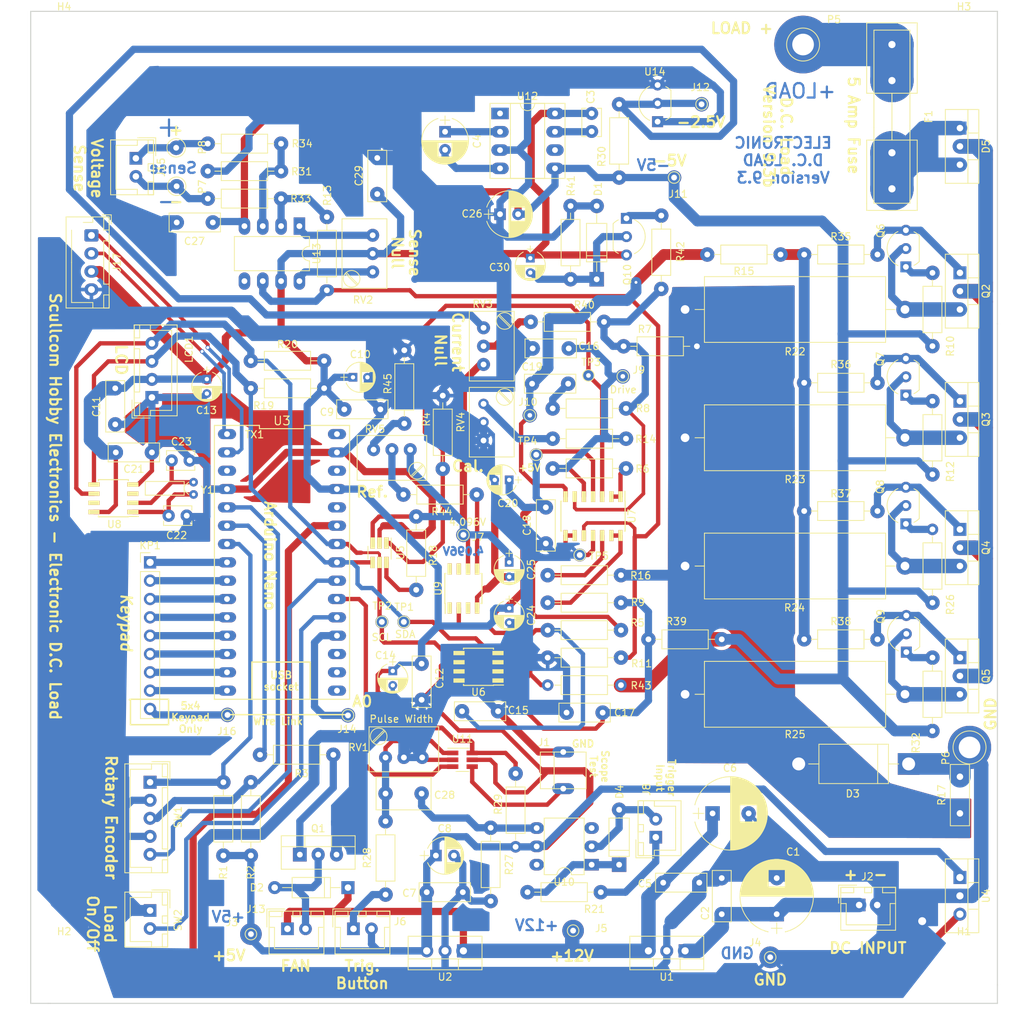
<source format=kicad_pcb>
(kicad_pcb (version 20221018) (generator pcbnew)

  (general
    (thickness 1.6)
  )

  (paper "A4")
  (layers
    (0 "F.Cu" signal)
    (1 "In1.Cu" signal)
    (2 "In2.Cu" signal)
    (31 "B.Cu" signal)
    (32 "B.Adhes" user "B.Adhesive")
    (33 "F.Adhes" user "F.Adhesive")
    (34 "B.Paste" user)
    (35 "F.Paste" user)
    (36 "B.SilkS" user "B.Silkscreen")
    (37 "F.SilkS" user "F.Silkscreen")
    (38 "B.Mask" user)
    (39 "F.Mask" user)
    (40 "Dwgs.User" user "User.Drawings")
    (41 "Cmts.User" user "User.Comments")
    (42 "Eco1.User" user "User.Eco1")
    (43 "Eco2.User" user "User.Eco2")
    (44 "Edge.Cuts" user)
    (45 "Margin" user)
    (46 "B.CrtYd" user "B.Courtyard")
    (47 "F.CrtYd" user "F.Courtyard")
    (48 "B.Fab" user)
    (49 "F.Fab" user)
  )

  (setup
    (stackup
      (layer "F.SilkS" (type "Top Silk Screen"))
      (layer "F.Paste" (type "Top Solder Paste"))
      (layer "F.Mask" (type "Top Solder Mask") (thickness 0.01))
      (layer "F.Cu" (type "copper") (thickness 0.035))
      (layer "dielectric 1" (type "prepreg") (thickness 0.1) (material "FR4") (epsilon_r 4.5) (loss_tangent 0.02))
      (layer "In1.Cu" (type "copper") (thickness 0.035))
      (layer "dielectric 2" (type "core") (thickness 1.24) (material "FR4") (epsilon_r 4.5) (loss_tangent 0.02))
      (layer "In2.Cu" (type "copper") (thickness 0.035))
      (layer "dielectric 3" (type "prepreg") (thickness 0.1) (material "FR4") (epsilon_r 4.5) (loss_tangent 0.02))
      (layer "B.Cu" (type "copper") (thickness 0.035))
      (layer "B.Mask" (type "Bottom Solder Mask") (thickness 0.01))
      (layer "B.Paste" (type "Bottom Solder Paste"))
      (layer "B.SilkS" (type "Bottom Silk Screen"))
      (copper_finish "None")
      (dielectric_constraints no)
    )
    (pad_to_mask_clearance 0.1)
    (pcbplotparams
      (layerselection 0x00010fc_80000001)
      (plot_on_all_layers_selection 0x0000000_00000000)
      (disableapertmacros false)
      (usegerberextensions true)
      (usegerberattributes true)
      (usegerberadvancedattributes true)
      (creategerberjobfile true)
      (dashed_line_dash_ratio 12.000000)
      (dashed_line_gap_ratio 3.000000)
      (svgprecision 4)
      (plotframeref false)
      (viasonmask false)
      (mode 1)
      (useauxorigin false)
      (hpglpennumber 1)
      (hpglpenspeed 20)
      (hpglpendiameter 15.000000)
      (dxfpolygonmode true)
      (dxfimperialunits true)
      (dxfusepcbnewfont true)
      (psnegative false)
      (psa4output false)
      (plotreference true)
      (plotvalue true)
      (plotinvisibletext false)
      (sketchpadsonfab false)
      (subtractmaskfromsilk false)
      (outputformat 1)
      (mirror false)
      (drillshape 0)
      (scaleselection 1)
      (outputdirectory "K:/YOU_TUBE/Electronic_DC_Load_Part9_3/DC_Load_PCB_ver9_3_gerber_files/")
    )
  )

  (net 0 "")
  (net 1 "Net-(U1-IN)")
  (net 2 "Net-(U12-OSC)")
  (net 3 "+5V")
  (net 4 "Net-(U12-CAP+)")
  (net 5 "Net-(U12-CAP-)")
  (net 6 "Net-(U6-CH1+)")
  (net 7 "+12V")
  (net 8 "Net-(U7B-+)")
  (net 9 "Net-(U6-CH2+)")
  (net 10 "Net-(U8-X1)")
  (net 11 "Net-(C19-Pad1)")
  (net 12 "Net-(C19-Pad2)")
  (net 13 "Net-(U8-X2)")
  (net 14 "Net-(D1-K)")
  (net 15 "+4.096V")
  (net 16 "-5V")
  (net 17 "Net-(C28-Pad1)")
  (net 18 "Net-(C28-Pad2)")
  (net 19 "Net-(D2-A)")
  (net 20 "Net-(D3-A)")
  (net 21 "Net-(D4-K)")
  (net 22 "Net-(D4-A)")
  (net 23 "Net-(D5-A-Pad1)")
  (net 24 "Net-(F1-Pad1)")
  (net 25 "Net-(J1-Pad1)")
  (net 26 "Net-(J6-Pad1)")
  (net 27 "Net-(J8-Pad1)")
  (net 28 "-2V5")
  (net 29 "Net-(D5-K)")
  (net 30 "Net-(U3-A0)")
  (net 31 "Net-(KP1-A0)")
  (net 32 "Net-(KP1-R1)")
  (net 33 "Net-(KP1-R2)")
  (net 34 "Net-(KP1-R3)")
  (net 35 "Net-(KP1-R4)")
  (net 36 "Net-(KP1-C1)")
  (net 37 "Net-(KP1-C2)")
  (net 38 "Net-(KP1-C3)")
  (net 39 "Net-(KP1-C4)")
  (net 40 "Net-(LCD1-SDA)")
  (net 41 "Net-(LCD1-SCL)")
  (net 42 "Net-(Q1-B)")
  (net 43 "Net-(Q2-G)")
  (net 44 "Net-(Q2-S)")
  (net 45 "Net-(Q3-G)")
  (net 46 "Net-(Q3-S)")
  (net 47 "Net-(Q4-G)")
  (net 48 "Net-(Q4-S)")
  (net 49 "Net-(Q5-G)")
  (net 50 "Net-(Q5-S)")
  (net 51 "Net-(Q6-E)")
  (net 52 "Net-(Q7-E)")
  (net 53 "Net-(Q8-E)")
  (net 54 "Net-(Q9-E)")
  (net 55 "Net-(Q10-E)")
  (net 56 "Net-(SW1-A)")
  (net 57 "Net-(SW1-B)")
  (net 58 "LoadOff")
  (net 59 "Net-(U3-(int3)#D3)")
  (net 60 "Net-(R13-Pad1)")
  (net 61 "Net-(R15-Pad1)")
  (net 62 "Net-(U5-OUT)")
  (net 63 "Net-(R31-Pad2)")
  (net 64 "Net-(R40-Pad1)")
  (net 65 "Net-(RV2-Pad1)")
  (net 66 "Net-(RV2-Pad3)")
  (net 67 "Net-(U7C--)")
  (net 68 "Net-(U7A--)")
  (net 69 "Net-(U7D--)")
  (net 70 "Net-(U7C-+)")
  (net 71 "Net-(U7D-+)")
  (net 72 "Net-(U5-A0)")
  (net 73 "Net-(U3-A2)")
  (net 74 "Net-(U9-Trim)")
  (net 75 "Net-(U3-A3)")
  (net 76 "Net-(J15-Pad1)")
  (net 77 "Net-(J15-Pad2)")
  (net 78 "Net-(R14-Pad2)")
  (net 79 "Net-(R44-Pad1)")
  (net 80 "Net-(U3-A1)")
  (net 81 "Net-(R45-Pad1)")
  (net 82 "unconnected-(U3-Vin-Pad30)")
  (net 83 "Net-(J17-Pin_1)")
  (net 84 "Net-(J17-Pin_2)")
  (net 85 "unconnected-(U3-RST-Pad28)")
  (net 86 "unconnected-(U3-RST-Pad3)")
  (net 87 "unconnected-(U3-A7-Pad26)")
  (net 88 "Net-(U3-A6)")
  (net 89 "unconnected-(U3-Aref-Pad18)")
  (net 90 "unconnected-(U3-3V3-Pad17)")
  (net 91 "unconnected-(U3-(led)(SCK)D13-Pad16)")
  (net 92 "unconnected-(U8-Vbat-Pad3)")
  (net 93 "unconnected-(U8-MFP-Pad7)")
  (net 94 "unconnected-(U9-DNC-Pad1)")
  (net 95 "unconnected-(U9-Temp-Pad3)")
  (net 96 "unconnected-(U9-NC-Pad7)")
  (net 97 "unconnected-(U9-DNC-Pad8)")
  (net 98 "unconnected-(U10-NC-Pad3)")
  (net 99 "unconnected-(U10-Pad6)")
  (net 100 "unconnected-(U12-NC-Pad1)")
  (net 101 "unconnected-(U12-LV-Pad6)")
  (net 102 "GNDPWR")

  (footprint "Capacitors_THT:CP_Radial_D10.0mm_P5.00mm" (layer "F.Cu") (at 141.224 156.718 90))

  (footprint "Capacitors_THT:C_Disc_D7.0mm_W2.5mm_P5.00mm" (layer "F.Cu") (at 133.604 156.718 90))

  (footprint "Capacitors_THT:C_Disc_D3.8mm_W2.6mm_P2.50mm" (layer "F.Cu") (at 115.57 45.72 -90))

  (footprint "Capacitors_THT:CP_Radial_D6.3mm_P2.50mm" (layer "F.Cu") (at 95.25 48.26 -90))

  (footprint "Capacitors_THT:C_Disc_D7.0mm_W2.5mm_P5.00mm" (layer "F.Cu") (at 125.4906 152.3492))

  (footprint "Capacitors_THT:CP_Radial_D10.0mm_P5.00mm" (layer "F.Cu") (at 132.334 142.748))

  (footprint "Capacitors_THT:C_Disc_D7.0mm_W2.5mm_P5.00mm" (layer "F.Cu") (at 92.71 153.67))

  (footprint "Capacitors_THT:CP_Radial_D5.0mm_P2.50mm" (layer "F.Cu") (at 93.98 148.59))

  (footprint "Capacitors_THT:C_Disc_D7.0mm_W2.5mm_P5.00mm" (layer "F.Cu") (at 81.28 86.741))

  (footprint "Capacitors_THT:CP_Radial_D4.0mm_P2.00mm" (layer "F.Cu") (at 82.4865 82.296))

  (footprint "Capacitors_THT:C_Disc_D7.0mm_W2.5mm_P5.00mm" (layer "F.Cu") (at 49.53 83.82 -90))

  (footprint "Capacitors_THT:C_Disc_D7.0mm_W2.5mm_P5.00mm" (layer "F.Cu") (at 92 122 -90))

  (footprint "Capacitors_THT:CP_Radial_D4.0mm_P2.00mm" (layer "F.Cu") (at 62.23 82.55 -90))

  (footprint "Capacitors_THT:CP_Radial_D4.0mm_P2.00mm" (layer "F.Cu") (at 88 123 -90))

  (footprint "Capacitors_THT:C_Disc_D7.0mm_W2.5mm_P5.00mm" (layer "F.Cu") (at 97.5995 128.5875))

  (footprint "Capacitors_THT:C_Disc_D7.0mm_W2.5mm_P5.00mm" (layer "F.Cu")
    (tstamp 00000000-0000-0000-0000-0000594d35bf)
    (at 112.395 78.2955 180)
    (descr "C, Disc series, Radial, pin pitch=5.00mm, , diameter*width=7*2.5mm^2, Capacitor, http://cdn-reichelt.de/documents/datenblatt/B300/DS_KERKO_TC.pdf")
    (tags "C Disc series Radial pin pitch 5.00mm  diameter 7mm width 2.5mm Capacitor")
    (property "Sheetfile" "Electronic_DC_Load.kicad_sch")
    (property "Sheetname" "")
    (path "/00000000-0000-0000-0000-0000595ae4fc")
    (attr through_hole)
    (fp_text reference "C16" (at -2.794 0.3175 180) (layer "F.SilkS")
        (effects (font (size 1 1) (thickness 0.15)))
      (tstamp 7e8b7071-dd6a-4d90-847d-60dba79c5c92)
    )
    (fp_text value "100nF" (at 2.5 2.31 180) (layer "F.Fab")
        (effects (font (size 1 1) (thickness 0.15)))
      (tstamp 92b4cc8a-8da4-4483-8546-8fddd7a08727)
    )
    (fp_text user "${REFERENCE}" (at 2 0 180) (layer "F.Fab")
        (effects (font (size 1 1) (thickness 0.15)))
      (tstamp 34c6005f-42e9-4133-b73c-e4f0f766e96a)
    )
    (fp_line (start -1.06 -1.31) (end -1.06 1.31)
      (stroke (width 0.12) (type solid)) (layer "F.SilkS") (tstamp c3769dea-6f54-467b-adff-87320edc566e))
    (fp_line (start -1.06 -1.31) (end 6.06 -1.31)
      (stroke (width 0.12) (type solid)) (layer "F.SilkS") (tstamp 2fb2d354-caf7-4b19-9ad6-1ce929622d20))
    (fp_line (start -1.06 1.31) (end 6.06 1.31)
      (stroke (width 0.12) (type solid)) (layer "F.SilkS") (tstamp 6baba594-b4a8-4e1b-831a-e9f5c03f7262))
    (fp_line (start 6.06 -1.31) (end 6.06 1.31)
      (stroke (width 0.12) (type solid)) (layer "F.SilkS") (
... [1567873 chars truncated]
</source>
